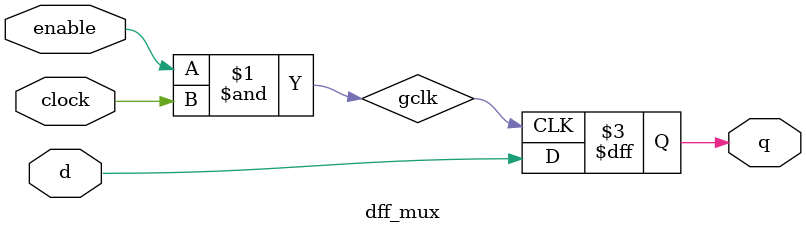
<source format=v>
module dff_mux(input enable,input d,input clock,output reg q);
wire gclk;
assign gclk=enable&clock;

always@(posedge gclk)
      begin
       q<=d;
      end
endmodule

</source>
